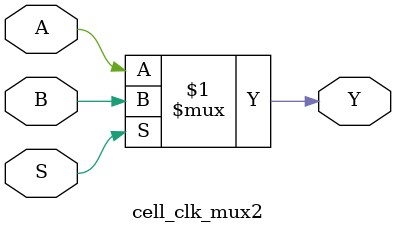
<source format=v>
module cell_clk_mux2 (
    input   A,
    input   B,
    input   S,
    output  Y
);

assign Y = S ? B : A;

endmodule

</source>
